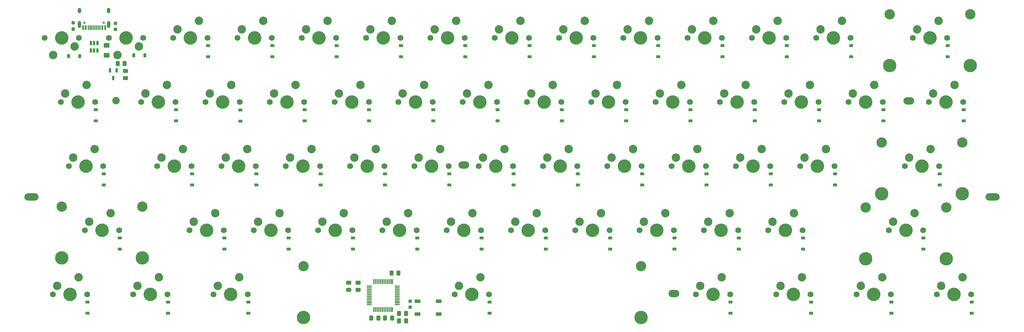
<source format=gbs>
%TF.GenerationSoftware,KiCad,Pcbnew,8.0.3*%
%TF.CreationDate,2025-05-11T02:01:07-04:00*%
%TF.ProjectId,KP60,4b503630-2e6b-4696-9361-645f70636258,rev?*%
%TF.SameCoordinates,Original*%
%TF.FileFunction,Soldermask,Bot*%
%TF.FilePolarity,Negative*%
%FSLAX46Y46*%
G04 Gerber Fmt 4.6, Leading zero omitted, Abs format (unit mm)*
G04 Created by KiCad (PCBNEW 8.0.3) date 2025-05-11 02:01:07*
%MOMM*%
%LPD*%
G01*
G04 APERTURE LIST*
G04 Aperture macros list*
%AMRoundRect*
0 Rectangle with rounded corners*
0 $1 Rounding radius*
0 $2 $3 $4 $5 $6 $7 $8 $9 X,Y pos of 4 corners*
0 Add a 4 corners polygon primitive as box body*
4,1,4,$2,$3,$4,$5,$6,$7,$8,$9,$2,$3,0*
0 Add four circle primitives for the rounded corners*
1,1,$1+$1,$2,$3*
1,1,$1+$1,$4,$5*
1,1,$1+$1,$6,$7*
1,1,$1+$1,$8,$9*
0 Add four rect primitives between the rounded corners*
20,1,$1+$1,$2,$3,$4,$5,0*
20,1,$1+$1,$4,$5,$6,$7,0*
20,1,$1+$1,$6,$7,$8,$9,0*
20,1,$1+$1,$8,$9,$2,$3,0*%
G04 Aperture macros list end*
%ADD10C,1.750000*%
%ADD11C,4.000000*%
%ADD12C,2.500000*%
%ADD13O,3.200000X2.200000*%
%ADD14C,3.048000*%
%ADD15C,3.987800*%
%ADD16O,4.200000X2.200000*%
%ADD17C,2.200000*%
%ADD18RoundRect,0.237500X-0.237500X0.250000X-0.237500X-0.250000X0.237500X-0.250000X0.237500X0.250000X0*%
%ADD19RoundRect,0.225000X0.375000X-0.225000X0.375000X0.225000X-0.375000X0.225000X-0.375000X-0.225000X0*%
%ADD20RoundRect,0.250000X0.337500X0.475000X-0.337500X0.475000X-0.337500X-0.475000X0.337500X-0.475000X0*%
%ADD21RoundRect,0.250000X0.475000X-0.337500X0.475000X0.337500X-0.475000X0.337500X-0.475000X-0.337500X0*%
%ADD22RoundRect,0.075000X0.075000X-0.662500X0.075000X0.662500X-0.075000X0.662500X-0.075000X-0.662500X0*%
%ADD23RoundRect,0.075000X0.662500X-0.075000X0.662500X0.075000X-0.662500X0.075000X-0.662500X-0.075000X0*%
%ADD24RoundRect,0.150000X-0.150000X0.512500X-0.150000X-0.512500X0.150000X-0.512500X0.150000X0.512500X0*%
%ADD25RoundRect,0.225000X0.225000X0.375000X-0.225000X0.375000X-0.225000X-0.375000X0.225000X-0.375000X0*%
%ADD26C,0.650000*%
%ADD27R,0.600000X1.450000*%
%ADD28R,0.300000X1.450000*%
%ADD29O,1.000000X1.600000*%
%ADD30O,1.000000X2.100000*%
%ADD31R,1.700000X1.000000*%
%ADD32RoundRect,0.150000X0.150000X-0.512500X0.150000X0.512500X-0.150000X0.512500X-0.150000X-0.512500X0*%
%ADD33RoundRect,0.250001X-0.624999X0.462499X-0.624999X-0.462499X0.624999X-0.462499X0.624999X0.462499X0*%
%ADD34RoundRect,0.250000X-0.337500X-0.475000X0.337500X-0.475000X0.337500X0.475000X-0.337500X0.475000X0*%
%ADD35RoundRect,0.250000X-0.475000X0.337500X-0.475000X-0.337500X0.475000X-0.337500X0.475000X0.337500X0*%
G04 APERTURE END LIST*
D10*
%TO.C,S14*%
X327818750Y-83058000D03*
D11*
X332898750Y-83058000D03*
D10*
X337978750Y-83058000D03*
D12*
X329088750Y-80518000D03*
X335438750Y-77978000D03*
%TD*%
D13*
%TO.C,H4*%
X326640000Y-101760000D03*
%TD*%
%TO.C,H5*%
X194770000Y-120850000D03*
%TD*%
D10*
%TO.C,S42*%
X275431250Y-121158000D03*
D11*
X280511250Y-121158000D03*
D10*
X285591250Y-121158000D03*
D12*
X276701250Y-118618000D03*
X283051250Y-116078000D03*
%TD*%
D10*
%TO.C,S49*%
X170656250Y-140208000D03*
D11*
X175736250Y-140208000D03*
D10*
X180816250Y-140208000D03*
D12*
X171926250Y-137668000D03*
X178276250Y-135128000D03*
%TD*%
D10*
%TO.C,S36*%
X161131250Y-121158000D03*
D11*
X166211250Y-121158000D03*
D10*
X171291250Y-121158000D03*
D12*
X162401250Y-118618000D03*
X168751250Y-116078000D03*
%TD*%
D10*
%TO.C,S9*%
X223043750Y-83058000D03*
D11*
X228123750Y-83058000D03*
D10*
X233203750Y-83058000D03*
D12*
X224313750Y-80518000D03*
X230663750Y-77978000D03*
%TD*%
D14*
%TO.C,ST5*%
X320962000Y-76075000D03*
D15*
X320962000Y-91285000D03*
D14*
X344838000Y-76075000D03*
D15*
X344838000Y-91285000D03*
%TD*%
D10*
%TO.C,S43*%
X294481250Y-121158000D03*
D11*
X299561250Y-121158000D03*
D10*
X304641250Y-121158000D03*
D12*
X295751250Y-118618000D03*
X302101250Y-116078000D03*
%TD*%
D10*
%TO.C,S33*%
X103981250Y-121158000D03*
D11*
X109061250Y-121158000D03*
D10*
X114141250Y-121158000D03*
D12*
X105251250Y-118618000D03*
X111601250Y-116078000D03*
%TD*%
D10*
%TO.C,S23*%
X175418750Y-102108000D03*
D11*
X180498750Y-102108000D03*
D10*
X185578750Y-102108000D03*
D12*
X176688750Y-99568000D03*
X183038750Y-97028000D03*
%TD*%
D10*
%TO.C,S31*%
X332581250Y-102108000D03*
D11*
X337661250Y-102108000D03*
D10*
X342741250Y-102108000D03*
D12*
X333851250Y-99568000D03*
X340201250Y-97028000D03*
%TD*%
D10*
%TO.C,S21*%
X137318750Y-102108000D03*
D11*
X142398750Y-102108000D03*
D10*
X147478750Y-102108000D03*
D12*
X138588750Y-99568000D03*
X144938750Y-97028000D03*
%TD*%
D10*
%TO.C,S45*%
X82550000Y-140208000D03*
D11*
X87630000Y-140208000D03*
D10*
X92710000Y-140208000D03*
D12*
X83820000Y-137668000D03*
X90170000Y-135128000D03*
%TD*%
D10*
%TO.C,S20*%
X118268750Y-102108000D03*
D11*
X123348750Y-102108000D03*
D10*
X128428750Y-102108000D03*
D12*
X119538750Y-99568000D03*
X125888750Y-97028000D03*
%TD*%
D10*
%TO.C,S50*%
X189706250Y-140208000D03*
D11*
X194786250Y-140208000D03*
D10*
X199866250Y-140208000D03*
D12*
X190976250Y-137668000D03*
X197326250Y-135128000D03*
%TD*%
D10*
%TO.C,S64*%
X334962500Y-159258000D03*
D11*
X340042500Y-159258000D03*
D10*
X345122500Y-159258000D03*
D12*
X336232500Y-156718000D03*
X342582500Y-154178000D03*
%TD*%
D13*
%TO.C,H6*%
X257060000Y-159050000D03*
%TD*%
D10*
%TO.C,S60*%
X192087500Y-159258000D03*
D11*
X197167500Y-159258000D03*
D10*
X202247500Y-159258000D03*
D12*
X193357500Y-156718000D03*
X199707500Y-154178000D03*
%TD*%
D10*
%TO.C,S52*%
X227806250Y-140208000D03*
D11*
X232886250Y-140208000D03*
D10*
X237966250Y-140208000D03*
D12*
X229076250Y-137668000D03*
X235426250Y-135128000D03*
%TD*%
D10*
%TO.C,S29*%
X289718750Y-102108000D03*
D11*
X294798750Y-102108000D03*
D10*
X299878750Y-102108000D03*
D12*
X290988750Y-99568000D03*
X297338750Y-97028000D03*
%TD*%
D10*
%TO.C,S57*%
X73025000Y-159258000D03*
D11*
X78105000Y-159258000D03*
D10*
X83185000Y-159258000D03*
D12*
X74295000Y-156718000D03*
X80645000Y-154178000D03*
%TD*%
D10*
%TO.C,S25*%
X213518750Y-102108000D03*
D11*
X218598750Y-102108000D03*
D10*
X223678750Y-102108000D03*
D12*
X214788750Y-99568000D03*
X221138750Y-97028000D03*
%TD*%
D10*
%TO.C,S13*%
X299243750Y-83058000D03*
D11*
X304323750Y-83058000D03*
D10*
X309403750Y-83058000D03*
D12*
X300513750Y-80518000D03*
X306863750Y-77978000D03*
%TD*%
D10*
%TO.C,S24*%
X194468750Y-102108000D03*
D11*
X199548750Y-102108000D03*
D10*
X204628750Y-102108000D03*
D12*
X195738750Y-99568000D03*
X202088750Y-97028000D03*
%TD*%
D10*
%TO.C,S47*%
X132556250Y-140208000D03*
D11*
X137636250Y-140208000D03*
D10*
X142716250Y-140208000D03*
D12*
X133826250Y-137668000D03*
X140176250Y-135128000D03*
%TD*%
D10*
%TO.C,S4*%
X127793750Y-83058000D03*
D11*
X132873750Y-83058000D03*
D10*
X137953750Y-83058000D03*
D12*
X129063750Y-80518000D03*
X135413750Y-77978000D03*
%TD*%
D10*
%TO.C,S1*%
X80803750Y-83058000D03*
D11*
X75723750Y-83058000D03*
D10*
X70643750Y-83058000D03*
D12*
X79533750Y-85598000D03*
X73183750Y-88138000D03*
%TD*%
D10*
%TO.C,S37*%
X180181250Y-121158000D03*
D11*
X185261250Y-121158000D03*
D10*
X190341250Y-121158000D03*
D12*
X181451250Y-118618000D03*
X187801250Y-116078000D03*
%TD*%
D10*
%TO.C,S58*%
X96837500Y-159258000D03*
D11*
X101917500Y-159258000D03*
D10*
X106997500Y-159258000D03*
D12*
X98107500Y-156718000D03*
X104457500Y-154178000D03*
%TD*%
D10*
%TO.C,S48*%
X151606250Y-140208000D03*
D11*
X156686250Y-140208000D03*
D10*
X161766250Y-140208000D03*
D12*
X152876250Y-137668000D03*
X159226250Y-135128000D03*
%TD*%
D10*
%TO.C,S30*%
X308768750Y-102108000D03*
D11*
X313848750Y-102108000D03*
D10*
X318928750Y-102108000D03*
D12*
X310038750Y-99568000D03*
X316388750Y-97028000D03*
%TD*%
D14*
%TO.C,ST1*%
X147297000Y-150890000D03*
D15*
X147297000Y-166100000D03*
D14*
X247297000Y-150890000D03*
D15*
X247297000Y-166100000D03*
%TD*%
D10*
%TO.C,S28*%
X270668750Y-102108000D03*
D11*
X275748750Y-102108000D03*
D10*
X280828750Y-102108000D03*
D12*
X271938750Y-99568000D03*
X278288750Y-97028000D03*
%TD*%
D10*
%TO.C,S26*%
X232568750Y-102108000D03*
D11*
X237648750Y-102108000D03*
D10*
X242728750Y-102108000D03*
D12*
X233838750Y-99568000D03*
X240188750Y-97028000D03*
%TD*%
D10*
%TO.C,S59*%
X120650000Y-159258000D03*
D11*
X125730000Y-159258000D03*
D10*
X130810000Y-159258000D03*
D12*
X121920000Y-156718000D03*
X128270000Y-154178000D03*
%TD*%
D10*
%TO.C,S39*%
X218281250Y-121158000D03*
D11*
X223361250Y-121158000D03*
D10*
X228441250Y-121158000D03*
D12*
X219551250Y-118618000D03*
X225901250Y-116078000D03*
%TD*%
D10*
%TO.C,S8*%
X203993750Y-83058000D03*
D11*
X209073750Y-83058000D03*
D10*
X214153750Y-83058000D03*
D12*
X205263750Y-80518000D03*
X211613750Y-77978000D03*
%TD*%
D14*
%TO.C,ST4*%
X318582000Y-114175000D03*
D15*
X318582000Y-129385000D03*
D14*
X342458000Y-114175000D03*
D15*
X342458000Y-129385000D03*
%TD*%
D10*
%TO.C,S19*%
X99218750Y-102108000D03*
D11*
X104298750Y-102108000D03*
D10*
X109378750Y-102108000D03*
D12*
X100488750Y-99568000D03*
X106838750Y-97028000D03*
%TD*%
D10*
%TO.C,S3*%
X108743750Y-83058000D03*
D11*
X113823750Y-83058000D03*
D10*
X118903750Y-83058000D03*
D12*
X110013750Y-80518000D03*
X116363750Y-77978000D03*
%TD*%
D10*
%TO.C,S38*%
X199231250Y-121158000D03*
D11*
X204311250Y-121158000D03*
D10*
X209391250Y-121158000D03*
D12*
X200501250Y-118618000D03*
X206851250Y-116078000D03*
%TD*%
D10*
%TO.C,S41*%
X256381250Y-121158000D03*
D11*
X261461250Y-121158000D03*
D10*
X266541250Y-121158000D03*
D12*
X257651250Y-118618000D03*
X264001250Y-116078000D03*
%TD*%
D10*
%TO.C,S10*%
X242093750Y-83058000D03*
D11*
X247173750Y-83058000D03*
D10*
X252253750Y-83058000D03*
D12*
X243363750Y-80518000D03*
X249713750Y-77978000D03*
%TD*%
D10*
%TO.C,S62*%
X287337500Y-159258000D03*
D11*
X292417500Y-159258000D03*
D10*
X297497500Y-159258000D03*
D12*
X288607500Y-156718000D03*
X294957500Y-154178000D03*
%TD*%
D10*
%TO.C,S5*%
X146843750Y-83058000D03*
D11*
X151923750Y-83058000D03*
D10*
X157003750Y-83058000D03*
D12*
X148113750Y-80518000D03*
X154463750Y-77978000D03*
%TD*%
D10*
%TO.C,S12*%
X280193750Y-83058000D03*
D11*
X285273750Y-83058000D03*
D10*
X290353750Y-83058000D03*
D12*
X281463750Y-80518000D03*
X287813750Y-77978000D03*
%TD*%
D10*
%TO.C,S53*%
X246856250Y-140208000D03*
D11*
X251936250Y-140208000D03*
D10*
X257016250Y-140208000D03*
D12*
X248126250Y-137668000D03*
X254476250Y-135128000D03*
%TD*%
D10*
%TO.C,S54*%
X265906250Y-140208000D03*
D11*
X270986250Y-140208000D03*
D10*
X276066250Y-140208000D03*
D12*
X267176250Y-137668000D03*
X273526250Y-135128000D03*
%TD*%
D10*
%TO.C,S63*%
X311150000Y-159258000D03*
D11*
X316230000Y-159258000D03*
D10*
X321310000Y-159258000D03*
D12*
X312420000Y-156718000D03*
X318770000Y-154178000D03*
%TD*%
D10*
%TO.C,S22*%
X156527500Y-102108000D03*
D11*
X161607500Y-102108000D03*
D10*
X166687500Y-102108000D03*
D12*
X157797500Y-99568000D03*
X164147500Y-97028000D03*
%TD*%
D10*
%TO.C,S11*%
X261143750Y-83058000D03*
D11*
X266223750Y-83058000D03*
D10*
X271303750Y-83058000D03*
D12*
X262413750Y-80518000D03*
X268763750Y-77978000D03*
%TD*%
D10*
%TO.C,S18*%
X75406250Y-102108000D03*
D11*
X80486250Y-102108000D03*
D10*
X85566250Y-102108000D03*
D12*
X76676250Y-99568000D03*
X83026250Y-97028000D03*
%TD*%
D14*
%TO.C,ST2*%
X75692000Y-133225000D03*
D15*
X75692000Y-148435000D03*
D14*
X99568000Y-133225000D03*
D15*
X99568000Y-148435000D03*
%TD*%
D10*
%TO.C,S32*%
X77787500Y-121158000D03*
D11*
X82867500Y-121158000D03*
D10*
X87947500Y-121158000D03*
D12*
X79057500Y-118618000D03*
X85407500Y-116078000D03*
%TD*%
D14*
%TO.C,ST3*%
X313812000Y-133435000D03*
D15*
X313812000Y-148645000D03*
D14*
X337688000Y-133435000D03*
D15*
X337688000Y-148645000D03*
%TD*%
D16*
%TO.C,H2*%
X66720000Y-130340000D03*
%TD*%
D10*
%TO.C,S51*%
X208756250Y-140208000D03*
D11*
X213836250Y-140208000D03*
D10*
X218916250Y-140208000D03*
D12*
X210026250Y-137668000D03*
X216376250Y-135128000D03*
%TD*%
D10*
%TO.C,S56*%
X320675000Y-140208000D03*
D11*
X325755000Y-140208000D03*
D10*
X330835000Y-140208000D03*
D12*
X321945000Y-137668000D03*
X328295000Y-135128000D03*
%TD*%
D10*
%TO.C,S61*%
X263525000Y-159258000D03*
D11*
X268605000Y-159258000D03*
D10*
X273685000Y-159258000D03*
D12*
X264795000Y-156718000D03*
X271145000Y-154178000D03*
%TD*%
D10*
%TO.C,S46*%
X113506250Y-140208000D03*
D11*
X118586250Y-140208000D03*
D10*
X123666250Y-140208000D03*
D12*
X114776250Y-137668000D03*
X121126250Y-135128000D03*
%TD*%
D10*
%TO.C,S55*%
X284956250Y-140208000D03*
D11*
X290036250Y-140208000D03*
D10*
X295116250Y-140208000D03*
D12*
X286226250Y-137668000D03*
X292576250Y-135128000D03*
%TD*%
D10*
%TO.C,S40*%
X237331250Y-121158000D03*
D11*
X242411250Y-121158000D03*
D10*
X247491250Y-121158000D03*
D12*
X238601250Y-118618000D03*
X244951250Y-116078000D03*
%TD*%
D10*
%TO.C,S35*%
X142081250Y-121158000D03*
D11*
X147161250Y-121158000D03*
D10*
X152241250Y-121158000D03*
D12*
X143351250Y-118618000D03*
X149701250Y-116078000D03*
%TD*%
D17*
%TO.C,H3*%
X91750000Y-101730000D03*
%TD*%
D10*
%TO.C,S6*%
X165893750Y-83058000D03*
D11*
X170973750Y-83058000D03*
D10*
X176053750Y-83058000D03*
D12*
X167163750Y-80518000D03*
X173513750Y-77978000D03*
%TD*%
D10*
%TO.C,S27*%
X251618750Y-102108000D03*
D11*
X256698750Y-102108000D03*
D10*
X261778750Y-102108000D03*
D12*
X252888750Y-99568000D03*
X259238750Y-97028000D03*
%TD*%
D16*
%TO.C,H1*%
X351410000Y-130340000D03*
%TD*%
D10*
%TO.C,S44*%
X325437500Y-121158000D03*
D11*
X330517500Y-121158000D03*
D10*
X335597500Y-121158000D03*
D12*
X326707500Y-118618000D03*
X333057500Y-116078000D03*
%TD*%
D10*
%TO.C,S7*%
X184943750Y-83058000D03*
D11*
X190023750Y-83058000D03*
D10*
X195103750Y-83058000D03*
D12*
X186213750Y-80518000D03*
X192563750Y-77978000D03*
%TD*%
D10*
%TO.C,S2*%
X99853750Y-83058000D03*
D11*
X94773750Y-83058000D03*
D10*
X89693750Y-83058000D03*
D12*
X98583750Y-85598000D03*
X92233750Y-88138000D03*
%TD*%
D10*
%TO.C,S34*%
X123031250Y-121158000D03*
D11*
X128111250Y-121158000D03*
D10*
X133191250Y-121158000D03*
D12*
X124301250Y-118618000D03*
X130651250Y-116078000D03*
%TD*%
D18*
%TO.C,R3*%
X79050000Y-78605000D03*
X79050000Y-80430000D03*
%TD*%
D19*
%TO.C,D27*%
X319087500Y-107726750D03*
X319087500Y-104426750D03*
%TD*%
D20*
%TO.C,C6*%
X177697500Y-167140000D03*
X175622500Y-167140000D03*
%TD*%
D19*
%TO.C,D39*%
X285750000Y-126776750D03*
X285750000Y-123476750D03*
%TD*%
%TO.C,D24*%
X261937500Y-107726750D03*
X261937500Y-104426750D03*
%TD*%
%TO.C,D9*%
X233362500Y-88676750D03*
X233362500Y-85376750D03*
%TD*%
%TO.C,D59*%
X297656250Y-164876750D03*
X297656250Y-161576750D03*
%TD*%
%TO.C,D42*%
X92868750Y-145826750D03*
X92868750Y-142526750D03*
%TD*%
%TO.C,D47*%
X200025000Y-145826750D03*
X200025000Y-142526750D03*
%TD*%
%TO.C,D25*%
X280987500Y-107726750D03*
X280987500Y-104426750D03*
%TD*%
%TO.C,D45*%
X161925000Y-145826750D03*
X161925000Y-142526750D03*
%TD*%
%TO.C,D6*%
X176212500Y-88676750D03*
X176212500Y-85376750D03*
%TD*%
%TO.C,D22*%
X223837500Y-107726750D03*
X223837500Y-104426750D03*
%TD*%
%TO.C,D57*%
X202406250Y-164876750D03*
X202406250Y-161576750D03*
%TD*%
D20*
%TO.C,C4*%
X177687500Y-164980000D03*
X175612500Y-164980000D03*
%TD*%
D19*
%TO.C,D21*%
X204787500Y-107726750D03*
X204787500Y-104426750D03*
%TD*%
%TO.C,D23*%
X242887500Y-107726750D03*
X242887500Y-104426750D03*
%TD*%
D18*
%TO.C,R2*%
X91620000Y-78727500D03*
X91620000Y-80552500D03*
%TD*%
D19*
%TO.C,D32*%
X152400000Y-126776750D03*
X152400000Y-123476750D03*
%TD*%
%TO.C,D8*%
X214312500Y-88676750D03*
X214312500Y-85376750D03*
%TD*%
%TO.C,D29*%
X88106250Y-126776750D03*
X88106250Y-123476750D03*
%TD*%
D21*
%TO.C,C7*%
X94550000Y-94967500D03*
X94550000Y-92892500D03*
%TD*%
D19*
%TO.C,D31*%
X133350000Y-126776750D03*
X133350000Y-123476750D03*
%TD*%
D22*
%TO.C,U2*%
X173680000Y-163760000D03*
X173180000Y-163760000D03*
X172680000Y-163760000D03*
X172180000Y-163760000D03*
X171680000Y-163760000D03*
X171180000Y-163760000D03*
X170680000Y-163760000D03*
X170180000Y-163760000D03*
X169680000Y-163760000D03*
X169180000Y-163760000D03*
X168680000Y-163760000D03*
X168180000Y-163760000D03*
D23*
X166767500Y-162347500D03*
X166767500Y-161847500D03*
X166767500Y-161347500D03*
X166767500Y-160847500D03*
X166767500Y-160347500D03*
X166767500Y-159847500D03*
X166767500Y-159347500D03*
X166767500Y-158847500D03*
X166767500Y-158347500D03*
X166767500Y-157847500D03*
X166767500Y-157347500D03*
X166767500Y-156847500D03*
D22*
X168180000Y-155435000D03*
X168680000Y-155435000D03*
X169180000Y-155435000D03*
X169680000Y-155435000D03*
X170180000Y-155435000D03*
X170680000Y-155435000D03*
X171180000Y-155435000D03*
X171680000Y-155435000D03*
X172180000Y-155435000D03*
X172680000Y-155435000D03*
X173180000Y-155435000D03*
X173680000Y-155435000D03*
D23*
X175092500Y-156847500D03*
X175092500Y-157347500D03*
X175092500Y-157847500D03*
X175092500Y-158347500D03*
X175092500Y-158847500D03*
X175092500Y-159347500D03*
X175092500Y-159847500D03*
X175092500Y-160347500D03*
X175092500Y-160847500D03*
X175092500Y-161347500D03*
X175092500Y-161847500D03*
X175092500Y-162347500D03*
%TD*%
D19*
%TO.C,D60*%
X321468750Y-164876750D03*
X321468750Y-161576750D03*
%TD*%
%TO.C,D13*%
X309562500Y-88676750D03*
X309562500Y-85376750D03*
%TD*%
D24*
%TO.C,U3*%
X90000000Y-92735000D03*
X91900000Y-92735000D03*
X90950000Y-95010000D03*
%TD*%
D19*
%TO.C,D33*%
X171450000Y-126776750D03*
X171450000Y-123476750D03*
%TD*%
%TO.C,D28*%
X342900000Y-107726750D03*
X342900000Y-104426750D03*
%TD*%
%TO.C,D7*%
X195262500Y-88676750D03*
X195262500Y-85376750D03*
%TD*%
%TO.C,D56*%
X130968750Y-164876750D03*
X130968750Y-161576750D03*
%TD*%
D25*
%TO.C,D2*%
X100287500Y-88265000D03*
X96987500Y-88265000D03*
%TD*%
D19*
%TO.C,D51*%
X276225000Y-145826750D03*
X276225000Y-142526750D03*
%TD*%
D26*
%TO.C,J1*%
X82392500Y-78580000D03*
X88172500Y-78580000D03*
D27*
X82032500Y-80025000D03*
X82832500Y-80025000D03*
D28*
X84032500Y-80025000D03*
X85032500Y-80025000D03*
X85532500Y-80025000D03*
X86532500Y-80025000D03*
D27*
X87732500Y-80025000D03*
X88532500Y-80025000D03*
X88532500Y-80025000D03*
X87732500Y-80025000D03*
D28*
X87032500Y-80025000D03*
X86032500Y-80025000D03*
X84532500Y-80025000D03*
X83532500Y-80025000D03*
D27*
X82832500Y-80025000D03*
X82032500Y-80025000D03*
D29*
X80962500Y-74930000D03*
D30*
X80962500Y-79110000D03*
D29*
X89602500Y-74930000D03*
D30*
X89602500Y-79110000D03*
%TD*%
D19*
%TO.C,D16*%
X109537500Y-107726750D03*
X109537500Y-104426750D03*
%TD*%
%TO.C,D61*%
X345281250Y-164876750D03*
X345281250Y-161576750D03*
%TD*%
%TO.C,D5*%
X157162500Y-88676750D03*
X157162500Y-85376750D03*
%TD*%
D31*
%TO.C,SW2*%
X181100000Y-165070000D03*
X187400000Y-165070000D03*
X181100000Y-161270000D03*
X187400000Y-161270000D03*
%TD*%
D25*
%TO.C,D1*%
X81026000Y-88519000D03*
X77726000Y-88519000D03*
%TD*%
D19*
%TO.C,D40*%
X304800000Y-126776750D03*
X304800000Y-123476750D03*
%TD*%
%TO.C,D54*%
X83343750Y-164876750D03*
X83343750Y-161576750D03*
%TD*%
D32*
%TO.C,U1*%
X86230000Y-86830000D03*
X85280000Y-86830000D03*
X84330000Y-86830000D03*
X84330000Y-84555000D03*
X85280000Y-84555000D03*
X86230000Y-84555000D03*
%TD*%
D19*
%TO.C,D41*%
X335756250Y-126776750D03*
X335756250Y-123476750D03*
%TD*%
%TO.C,D30*%
X114300000Y-126776750D03*
X114300000Y-123476750D03*
%TD*%
%TO.C,D26*%
X300037500Y-107726750D03*
X300037500Y-104426750D03*
%TD*%
%TO.C,D18*%
X147637500Y-107726750D03*
X147637500Y-104426750D03*
%TD*%
D33*
%TO.C,F1*%
X89000000Y-85292500D03*
X89000000Y-88267500D03*
%TD*%
D34*
%TO.C,C8*%
X92262500Y-90660000D03*
X94337500Y-90660000D03*
%TD*%
D19*
%TO.C,D50*%
X257175000Y-145826750D03*
X257175000Y-142526750D03*
%TD*%
%TO.C,D3*%
X119062500Y-88676750D03*
X119062500Y-85376750D03*
%TD*%
%TO.C,D49*%
X238125000Y-145826750D03*
X238125000Y-142526750D03*
%TD*%
%TO.C,D37*%
X247650000Y-126776750D03*
X247650000Y-123476750D03*
%TD*%
%TO.C,D34*%
X190500000Y-126776750D03*
X190500000Y-123476750D03*
%TD*%
%TO.C,D17*%
X128587500Y-107789250D03*
X128587500Y-104489250D03*
%TD*%
%TO.C,D10*%
X252412500Y-88676750D03*
X252412500Y-85376750D03*
%TD*%
%TO.C,D20*%
X185737500Y-107726750D03*
X185737500Y-104426750D03*
%TD*%
%TO.C,D11*%
X271462500Y-88676750D03*
X271462500Y-85376750D03*
%TD*%
%TO.C,D36*%
X228600000Y-126776750D03*
X228600000Y-123476750D03*
%TD*%
%TO.C,D19*%
X166687500Y-107726750D03*
X166687500Y-104426750D03*
%TD*%
%TO.C,D46*%
X180975000Y-145826750D03*
X180975000Y-142526750D03*
%TD*%
D18*
%TO.C,R1*%
X178900000Y-161287500D03*
X178900000Y-163112500D03*
%TD*%
D34*
%TO.C,C1*%
X167405000Y-166300000D03*
X169480000Y-166300000D03*
%TD*%
D19*
%TO.C,D14*%
X338137500Y-88676750D03*
X338137500Y-85376750D03*
%TD*%
%TO.C,D55*%
X107156250Y-164876750D03*
X107156250Y-161576750D03*
%TD*%
%TO.C,D15*%
X85725000Y-107726750D03*
X85725000Y-104426750D03*
%TD*%
%TO.C,D44*%
X142875000Y-145826750D03*
X142875000Y-142526750D03*
%TD*%
%TO.C,D35*%
X209550000Y-126776750D03*
X209550000Y-123476750D03*
%TD*%
%TO.C,D58*%
X273843750Y-164876750D03*
X273843750Y-161576750D03*
%TD*%
D20*
%TO.C,C9*%
X173557500Y-166280000D03*
X171482500Y-166280000D03*
%TD*%
D35*
%TO.C,C2*%
X163520000Y-155812500D03*
X163520000Y-157887500D03*
%TD*%
D19*
%TO.C,D12*%
X290512500Y-88676750D03*
X290512500Y-85376750D03*
%TD*%
%TO.C,D43*%
X123825000Y-145826750D03*
X123825000Y-142526750D03*
%TD*%
%TO.C,D52*%
X295275000Y-145826750D03*
X295275000Y-142526750D03*
%TD*%
%TO.C,D53*%
X330993750Y-145764250D03*
X330993750Y-142464250D03*
%TD*%
%TO.C,D4*%
X138112500Y-88676750D03*
X138112500Y-85376750D03*
%TD*%
D35*
%TO.C,C5*%
X160660000Y-155812500D03*
X160660000Y-157887500D03*
%TD*%
D19*
%TO.C,D38*%
X266700000Y-126776750D03*
X266700000Y-123476750D03*
%TD*%
D20*
%TO.C,C3*%
X175447500Y-152920000D03*
X173372500Y-152920000D03*
%TD*%
D19*
%TO.C,D48*%
X219075000Y-145826750D03*
X219075000Y-142526750D03*
%TD*%
M02*

</source>
